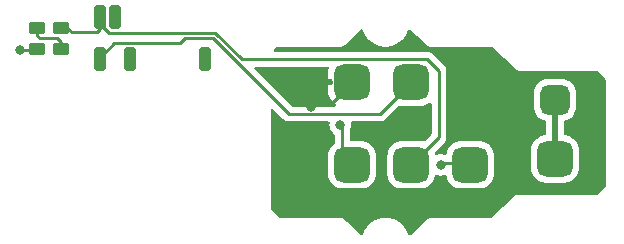
<source format=gtl>
%TF.GenerationSoftware,KiCad,Pcbnew,(6.0.1)*%
%TF.CreationDate,2022-03-10T09:00:32-07:00*%
%TF.ProjectId,MShaw_PICO_Edition_4gbNandExtensionQSB_V2.6,4d536861-775f-4504-9943-4f5f45646974,rev?*%
%TF.SameCoordinates,Original*%
%TF.FileFunction,Copper,L1,Top*%
%TF.FilePolarity,Positive*%
%FSLAX46Y46*%
G04 Gerber Fmt 4.6, Leading zero omitted, Abs format (unit mm)*
G04 Created by KiCad (PCBNEW (6.0.1)) date 2022-03-10 09:00:32*
%MOMM*%
%LPD*%
G01*
G04 APERTURE LIST*
G04 Aperture macros list*
%AMRoundRect*
0 Rectangle with rounded corners*
0 $1 Rounding radius*
0 $2 $3 $4 $5 $6 $7 $8 $9 X,Y pos of 4 corners*
0 Add a 4 corners polygon primitive as box body*
4,1,4,$2,$3,$4,$5,$6,$7,$8,$9,$2,$3,0*
0 Add four circle primitives for the rounded corners*
1,1,$1+$1,$2,$3*
1,1,$1+$1,$4,$5*
1,1,$1+$1,$6,$7*
1,1,$1+$1,$8,$9*
0 Add four rect primitives between the rounded corners*
20,1,$1+$1,$2,$3,$4,$5,0*
20,1,$1+$1,$4,$5,$6,$7,0*
20,1,$1+$1,$6,$7,$8,$9,0*
20,1,$1+$1,$8,$9,$2,$3,0*%
G04 Aperture macros list end*
%TA.AperFunction,SMDPad,CuDef*%
%ADD10RoundRect,0.250000X0.450000X-0.262500X0.450000X0.262500X-0.450000X0.262500X-0.450000X-0.262500X0*%
%TD*%
%TA.AperFunction,ComponentPad*%
%ADD11RoundRect,0.250000X0.250000X-0.750000X0.250000X0.750000X-0.250000X0.750000X-0.250000X-0.750000X0*%
%TD*%
%TA.AperFunction,SMDPad,CuDef*%
%ADD12RoundRect,0.750000X0.750000X-0.750000X0.750000X0.750000X-0.750000X0.750000X-0.750000X-0.750000X0*%
%TD*%
%TA.AperFunction,SMDPad,CuDef*%
%ADD13RoundRect,0.625000X-0.625000X-0.625000X0.625000X-0.625000X0.625000X0.625000X-0.625000X0.625000X0*%
%TD*%
%TA.AperFunction,SMDPad,CuDef*%
%ADD14RoundRect,0.750000X-0.750000X-0.750000X0.750000X-0.750000X0.750000X0.750000X-0.750000X0.750000X0*%
%TD*%
%TA.AperFunction,ViaPad*%
%ADD15C,0.800000*%
%TD*%
%TA.AperFunction,Conductor*%
%ADD16C,0.250000*%
%TD*%
%TA.AperFunction,Conductor*%
%ADD17C,0.500000*%
%TD*%
G04 APERTURE END LIST*
D10*
%TO.P,R1,1*%
%TO.N,Net-(D1-Pad2)*%
X128260000Y-98212500D03*
%TO.P,R1,2*%
%TO.N,+5V*%
X128260000Y-96387500D03*
%TD*%
D11*
%TO.P,J3,1,Pin_1*%
%TO.N,GP9*%
X131570000Y-95500000D03*
%TO.P,J3,2,Pin_2*%
%TO.N,GP8*%
X132840000Y-95500000D03*
%TD*%
D12*
%TO.P,J4,3,Pin_3*%
%TO.N,GP8*%
X152910000Y-108000000D03*
%TO.P,J4,4,Pin_4*%
%TO.N,GND*%
X152910000Y-101000000D03*
%TO.P,J4,5,Pin_5*%
%TO.N,GP9*%
X157910000Y-108000000D03*
%TO.P,J4,6,Pin_6*%
%TO.N,GP7*%
X157910000Y-101000000D03*
%TO.P,J4,7,Pin_7*%
%TO.N,GP6*%
X162910000Y-108000000D03*
%TD*%
D13*
%TO.P,J5,1,Pin_1*%
%TO.N,GP21*%
X170090000Y-102500000D03*
D14*
%TO.P,J5,2,Pin_2*%
X170090000Y-107500000D03*
%TD*%
D10*
%TO.P,D1,1,K*%
%TO.N,Net-(D1-Pad1)*%
X126260000Y-98212500D03*
%TO.P,D1,2,A*%
%TO.N,unconnected-(D1-Pad2)*%
X126260000Y-96387500D03*
%TD*%
D11*
%TO.P,J1,1,Pin_1*%
%TO.N,GP7*%
X131570000Y-99050000D03*
%TO.P,J1,3,Pin_3*%
%TO.N,GND*%
X134110000Y-99050000D03*
%TO.P,J1,8,Pin_8*%
%TO.N,GP6*%
X140460000Y-99050000D03*
%TD*%
D15*
%TO.N,GND*%
X146500000Y-107600000D03*
X124760000Y-98300000D03*
X157850000Y-97170000D03*
X163500000Y-99500000D03*
X149450000Y-103070000D03*
X155350000Y-105420000D03*
%TO.N,GP6*%
X160410000Y-108000000D03*
%TO.N,GP8*%
X151910000Y-104640000D03*
%TD*%
D16*
%TO.N,GND*%
X124760000Y-98300000D02*
X126172500Y-98300000D01*
X151000000Y-102950000D02*
X149610000Y-102950000D01*
X126172500Y-98300000D02*
X126260000Y-98212500D01*
X153070000Y-100880000D02*
X151000000Y-102950000D01*
%TO.N,Net-(D1-Pad2)*%
X126460000Y-97300000D02*
X126260000Y-97100000D01*
X128260000Y-98212500D02*
X128260000Y-97600000D01*
X127960000Y-97300000D02*
X126460000Y-97300000D01*
X126260000Y-97100000D02*
X126260000Y-96387500D01*
X128260000Y-97600000D02*
X127960000Y-97300000D01*
%TO.N,GP6*%
X160570000Y-107880000D02*
X163070000Y-107880000D01*
%TO.N,GP7*%
X158070000Y-100880000D02*
X155250000Y-103700000D01*
X132769500Y-97725480D02*
X131570000Y-98924980D01*
X147565718Y-103700000D02*
X145352859Y-101487141D01*
X145352859Y-101482141D02*
X141146678Y-97275960D01*
X155250000Y-103700000D02*
X147565718Y-103700000D01*
X141146678Y-97275960D02*
X138784040Y-97275960D01*
X138334520Y-97725480D02*
X132769500Y-97725480D01*
X145352859Y-101487141D02*
X145352859Y-101482141D01*
X138784040Y-97275960D02*
X138334520Y-97725480D01*
%TO.N,GP8*%
X152070000Y-106880000D02*
X152070000Y-104520000D01*
X153070000Y-107880000D02*
X152070000Y-106880000D01*
%TO.N,GP9*%
X131570000Y-96540000D02*
X131570000Y-96042494D01*
X128760000Y-96387500D02*
X129172500Y-96800000D01*
X159265080Y-99055480D02*
X160270000Y-100060400D01*
X143561916Y-99055480D02*
X159265080Y-99055480D01*
X132353946Y-96826440D02*
X141332875Y-96826440D01*
X131570000Y-96042494D02*
X132353946Y-96826440D01*
X129172500Y-96800000D02*
X131310000Y-96800000D01*
X160270000Y-105680000D02*
X158070000Y-107880000D01*
X141332875Y-96826440D02*
X143561916Y-99055480D01*
X160270000Y-100060400D02*
X160270000Y-105680000D01*
X131310000Y-96800000D02*
X131570000Y-96540000D01*
D17*
%TO.N,GP21*%
X170090000Y-107500000D02*
X170090000Y-102500000D01*
%TD*%
%TA.AperFunction,Conductor*%
%TO.N,GND*%
G36*
X157828399Y-96549798D02*
G01*
X157855627Y-96569120D01*
X158449785Y-97122683D01*
X159162861Y-97787039D01*
X159201799Y-97823317D01*
X159206164Y-97827882D01*
X159209160Y-97832631D01*
X159258557Y-97876257D01*
X159261000Y-97878474D01*
X159280400Y-97896548D01*
X159284083Y-97899110D01*
X159285962Y-97900626D01*
X159290240Y-97904238D01*
X159318228Y-97928956D01*
X159335525Y-97937077D01*
X159353922Y-97947694D01*
X159369604Y-97958603D01*
X159403804Y-97970063D01*
X159417301Y-97975471D01*
X159449948Y-97990799D01*
X159458821Y-97992180D01*
X159458823Y-97992181D01*
X159468819Y-97993737D01*
X159489462Y-97998763D01*
X159507579Y-98004834D01*
X159516548Y-98005182D01*
X159516551Y-98005183D01*
X159543611Y-98006234D01*
X159550759Y-98006927D01*
X159550763Y-98006876D01*
X159555611Y-98007251D01*
X159560423Y-98008000D01*
X159586641Y-98008000D01*
X159591532Y-98008095D01*
X159644013Y-98010134D01*
X159644016Y-98010134D01*
X159652984Y-98010482D01*
X159660749Y-98008535D01*
X159671092Y-98008000D01*
X164700397Y-98008000D01*
X164768518Y-98028002D01*
X164786294Y-98041817D01*
X166751780Y-99873293D01*
X166756158Y-99877872D01*
X166759160Y-99882631D01*
X166765888Y-99888573D01*
X166808501Y-99926207D01*
X166810992Y-99928467D01*
X166830370Y-99946524D01*
X166834049Y-99949084D01*
X166835980Y-99950642D01*
X166840254Y-99954251D01*
X166856317Y-99968437D01*
X166868228Y-99978956D01*
X166876352Y-99982770D01*
X166876353Y-99982771D01*
X166879716Y-99984350D01*
X166885500Y-99987065D01*
X166903905Y-99997687D01*
X166919570Y-100008586D01*
X166928081Y-100011439D01*
X166928082Y-100011439D01*
X166953787Y-100020054D01*
X166967287Y-100025465D01*
X166999948Y-100040799D01*
X167018800Y-100043734D01*
X167039453Y-100048765D01*
X167049028Y-100051974D01*
X167049030Y-100051974D01*
X167057541Y-100054827D01*
X167076961Y-100055583D01*
X167093600Y-100056231D01*
X167100757Y-100056925D01*
X167100761Y-100056876D01*
X167105613Y-100057251D01*
X167110423Y-100058000D01*
X167136611Y-100058000D01*
X167141511Y-100058095D01*
X167193975Y-100060137D01*
X167193976Y-100060137D01*
X167202946Y-100060486D01*
X167210725Y-100058536D01*
X167221097Y-100058000D01*
X173647389Y-100058000D01*
X173715510Y-100078002D01*
X173736485Y-100094905D01*
X174365096Y-100723517D01*
X174399121Y-100785829D01*
X174402000Y-100812612D01*
X174402000Y-109787388D01*
X174381998Y-109855509D01*
X174365096Y-109876483D01*
X173736485Y-110505095D01*
X173674172Y-110539120D01*
X173647389Y-110542000D01*
X167022070Y-110542000D01*
X167010375Y-110541456D01*
X167006361Y-110541082D01*
X166997632Y-110538990D01*
X166988670Y-110539432D01*
X166988667Y-110539432D01*
X166939736Y-110541847D01*
X166933526Y-110542000D01*
X166913523Y-110542000D01*
X166909087Y-110542635D01*
X166909076Y-110542636D01*
X166907171Y-110542909D01*
X166895520Y-110544029D01*
X166852295Y-110546162D01*
X166841100Y-110550044D01*
X166817680Y-110555726D01*
X166805955Y-110557405D01*
X166797781Y-110561121D01*
X166797779Y-110561122D01*
X166766572Y-110575311D01*
X166755703Y-110579656D01*
X166723291Y-110590895D01*
X166723289Y-110590896D01*
X166714811Y-110593836D01*
X166707497Y-110599038D01*
X166707496Y-110599039D01*
X166705154Y-110600705D01*
X166684281Y-110612726D01*
X166673490Y-110617633D01*
X166666689Y-110623493D01*
X166640702Y-110645884D01*
X166631497Y-110653098D01*
X166627682Y-110655812D01*
X166627678Y-110655815D01*
X166623703Y-110658643D01*
X166609811Y-110672188D01*
X166604106Y-110677417D01*
X166570055Y-110706757D01*
X166570051Y-110706762D01*
X166563253Y-110712619D01*
X166558372Y-110720149D01*
X166552469Y-110726916D01*
X166552090Y-110726585D01*
X166544414Y-110735949D01*
X165697623Y-111561571D01*
X164781188Y-112455096D01*
X164780039Y-112456216D01*
X164717301Y-112489450D01*
X164692078Y-112492000D01*
X159680940Y-112492000D01*
X159674645Y-112491636D01*
X159669217Y-112490204D01*
X159627018Y-112491327D01*
X159603419Y-112491955D01*
X159600067Y-112492000D01*
X159573523Y-112492000D01*
X159569081Y-112492636D01*
X159566657Y-112492809D01*
X159561063Y-112493082D01*
X159541909Y-112493592D01*
X159532730Y-112493836D01*
X159532729Y-112493836D01*
X159523754Y-112494075D01*
X159505565Y-112499923D01*
X159484862Y-112504697D01*
X159474839Y-112506132D01*
X159474835Y-112506133D01*
X159465955Y-112507405D01*
X159457789Y-112511118D01*
X159457785Y-112511119D01*
X159433137Y-112522326D01*
X159419556Y-112527577D01*
X159412198Y-112529943D01*
X159385224Y-112538616D01*
X159369405Y-112549336D01*
X159350875Y-112559729D01*
X159333490Y-112567633D01*
X159326692Y-112573490D01*
X159326691Y-112573491D01*
X159306168Y-112591175D01*
X159300466Y-112595540D01*
X159300498Y-112595581D01*
X159296707Y-112598602D01*
X159292668Y-112601339D01*
X159289103Y-112604661D01*
X159289096Y-112604666D01*
X159273481Y-112619214D01*
X159269844Y-112622473D01*
X159223253Y-112662619D01*
X159218899Y-112669336D01*
X159211692Y-112676782D01*
X157865627Y-113930880D01*
X157802151Y-113962681D01*
X157731559Y-113955116D01*
X157676263Y-113910587D01*
X157661012Y-113880886D01*
X157597504Y-113702194D01*
X157596064Y-113698141D01*
X157469683Y-113454238D01*
X157311268Y-113229814D01*
X157308329Y-113226667D01*
X157126706Y-113032196D01*
X157126701Y-113032191D01*
X157123769Y-113029052D01*
X156910680Y-112855691D01*
X156675969Y-112712961D01*
X156672022Y-112711247D01*
X156672019Y-112711245D01*
X156427961Y-112605235D01*
X156427959Y-112605234D01*
X156424010Y-112603519D01*
X156419869Y-112602359D01*
X156419867Y-112602358D01*
X156282676Y-112563919D01*
X156159494Y-112529405D01*
X155887351Y-112492000D01*
X155612649Y-112492000D01*
X155340506Y-112529405D01*
X155217324Y-112563919D01*
X155080133Y-112602358D01*
X155080131Y-112602359D01*
X155075990Y-112603519D01*
X155072041Y-112605234D01*
X155072039Y-112605235D01*
X154827981Y-112711245D01*
X154827978Y-112711247D01*
X154824031Y-112712961D01*
X154589320Y-112855691D01*
X154376231Y-113029052D01*
X154373299Y-113032191D01*
X154373294Y-113032196D01*
X154191671Y-113226667D01*
X154188732Y-113229814D01*
X154030317Y-113454238D01*
X153903936Y-113698141D01*
X153902496Y-113702194D01*
X153838988Y-113880886D01*
X153797328Y-113938375D01*
X153731201Y-113964215D01*
X153661601Y-113950202D01*
X153634373Y-113930880D01*
X152477936Y-112853455D01*
X152288200Y-112676682D01*
X152283836Y-112672118D01*
X152280840Y-112667369D01*
X152231443Y-112623743D01*
X152228983Y-112621511D01*
X152228302Y-112620876D01*
X152209600Y-112603452D01*
X152205917Y-112600890D01*
X152204038Y-112599374D01*
X152199749Y-112595753D01*
X152171772Y-112571044D01*
X152154475Y-112562923D01*
X152136078Y-112552306D01*
X152120396Y-112541397D01*
X152086196Y-112529937D01*
X152072699Y-112524529D01*
X152040052Y-112509201D01*
X152031179Y-112507820D01*
X152031177Y-112507819D01*
X152021181Y-112506263D01*
X152000538Y-112501237D01*
X151982421Y-112495166D01*
X151973452Y-112494818D01*
X151973449Y-112494817D01*
X151946389Y-112493766D01*
X151939241Y-112493073D01*
X151939237Y-112493124D01*
X151934389Y-112492749D01*
X151929577Y-112492000D01*
X151903359Y-112492000D01*
X151898468Y-112491905D01*
X151845987Y-112489866D01*
X151845984Y-112489866D01*
X151837016Y-112489518D01*
X151829251Y-112491465D01*
X151818908Y-112492000D01*
X146772612Y-112492000D01*
X146704491Y-112471998D01*
X146683517Y-112455096D01*
X146054905Y-111826485D01*
X146020880Y-111764172D01*
X146018000Y-111737389D01*
X146018000Y-103352376D01*
X146038002Y-103284255D01*
X146091658Y-103237762D01*
X146161932Y-103227658D01*
X146226512Y-103257152D01*
X146233095Y-103263281D01*
X147062061Y-104092247D01*
X147069605Y-104100537D01*
X147073718Y-104107018D01*
X147079495Y-104112443D01*
X147123385Y-104153658D01*
X147126227Y-104156413D01*
X147145948Y-104176134D01*
X147149143Y-104178612D01*
X147158165Y-104186318D01*
X147190397Y-104216586D01*
X147197346Y-104220406D01*
X147208150Y-104226346D01*
X147224674Y-104237199D01*
X147240677Y-104249613D01*
X147281261Y-104267176D01*
X147291891Y-104272383D01*
X147330658Y-104293695D01*
X147338335Y-104295666D01*
X147338340Y-104295668D01*
X147350276Y-104298732D01*
X147368984Y-104305137D01*
X147387573Y-104313181D01*
X147395401Y-104314421D01*
X147395408Y-104314423D01*
X147431242Y-104320099D01*
X147442862Y-104322505D01*
X147475647Y-104330922D01*
X147485688Y-104333500D01*
X147505942Y-104333500D01*
X147525652Y-104335051D01*
X147545661Y-104338220D01*
X147553553Y-104337474D01*
X147572298Y-104335702D01*
X147589680Y-104334059D01*
X147601537Y-104333500D01*
X150888773Y-104333500D01*
X150956894Y-104353502D01*
X151003387Y-104407158D01*
X151014083Y-104472670D01*
X150996496Y-104640000D01*
X151016458Y-104829928D01*
X151075473Y-105011556D01*
X151170960Y-105176944D01*
X151298747Y-105318866D01*
X151362803Y-105365406D01*
X151384561Y-105381214D01*
X151427915Y-105437437D01*
X151436500Y-105483150D01*
X151436500Y-106154263D01*
X151416498Y-106222384D01*
X151382410Y-106257728D01*
X151354081Y-106277417D01*
X151354080Y-106277418D01*
X151349473Y-106280620D01*
X151190620Y-106439473D01*
X151062409Y-106623945D01*
X150968890Y-106828206D01*
X150913022Y-107045800D01*
X150911055Y-107069987D01*
X150904190Y-107154391D01*
X150901500Y-107187458D01*
X150901500Y-108812542D01*
X150901707Y-108815082D01*
X150901707Y-108815092D01*
X150907575Y-108887235D01*
X150913022Y-108954200D01*
X150968890Y-109171794D01*
X151062409Y-109376055D01*
X151190620Y-109560527D01*
X151349473Y-109719380D01*
X151533945Y-109847591D01*
X151738206Y-109941110D01*
X151955800Y-109996978D01*
X152009705Y-110001362D01*
X152094908Y-110008293D01*
X152094918Y-110008293D01*
X152097458Y-110008500D01*
X153722542Y-110008500D01*
X153725082Y-110008293D01*
X153725092Y-110008293D01*
X153810295Y-110001362D01*
X153864200Y-109996978D01*
X154081794Y-109941110D01*
X154286055Y-109847591D01*
X154470527Y-109719380D01*
X154629380Y-109560527D01*
X154757591Y-109376055D01*
X154851110Y-109171794D01*
X154906978Y-108954200D01*
X154912425Y-108887235D01*
X154918293Y-108815092D01*
X154918293Y-108815082D01*
X154918500Y-108812542D01*
X154918500Y-107187458D01*
X154915811Y-107154391D01*
X154908945Y-107069987D01*
X154906978Y-107045800D01*
X154851110Y-106828206D01*
X154757591Y-106623945D01*
X154629380Y-106439473D01*
X154470527Y-106280620D01*
X154286055Y-106152409D01*
X154081794Y-106058890D01*
X153864200Y-106003022D01*
X153810295Y-105998638D01*
X153725092Y-105991707D01*
X153725082Y-105991707D01*
X153722542Y-105991500D01*
X152829500Y-105991500D01*
X152761379Y-105971498D01*
X152714886Y-105917842D01*
X152703500Y-105865500D01*
X152703500Y-105116378D01*
X152720381Y-105053378D01*
X152741223Y-105017279D01*
X152741224Y-105017278D01*
X152744527Y-105011556D01*
X152803542Y-104829928D01*
X152823504Y-104640000D01*
X152805917Y-104472670D01*
X152818689Y-104402832D01*
X152867191Y-104350985D01*
X152931227Y-104333500D01*
X155171233Y-104333500D01*
X155182416Y-104334027D01*
X155189909Y-104335702D01*
X155197835Y-104335453D01*
X155197836Y-104335453D01*
X155257986Y-104333562D01*
X155261945Y-104333500D01*
X155289856Y-104333500D01*
X155293791Y-104333003D01*
X155293856Y-104332995D01*
X155305693Y-104332062D01*
X155337951Y-104331048D01*
X155341970Y-104330922D01*
X155349889Y-104330673D01*
X155369343Y-104325021D01*
X155388700Y-104321013D01*
X155400930Y-104319468D01*
X155400931Y-104319468D01*
X155408797Y-104318474D01*
X155416168Y-104315555D01*
X155416170Y-104315555D01*
X155449912Y-104302196D01*
X155461142Y-104298351D01*
X155495983Y-104288229D01*
X155495984Y-104288229D01*
X155503593Y-104286018D01*
X155510412Y-104281985D01*
X155510417Y-104281983D01*
X155521028Y-104275707D01*
X155538776Y-104267012D01*
X155557617Y-104259552D01*
X155577987Y-104244753D01*
X155593387Y-104233564D01*
X155603307Y-104227048D01*
X155634535Y-104208580D01*
X155634538Y-104208578D01*
X155641362Y-104204542D01*
X155655683Y-104190221D01*
X155670717Y-104177380D01*
X155672432Y-104176134D01*
X155687107Y-104165472D01*
X155715298Y-104131395D01*
X155723288Y-104122616D01*
X156819941Y-103025963D01*
X156882253Y-102991937D01*
X156940373Y-102993017D01*
X156950611Y-102995646D01*
X156950614Y-102995647D01*
X156955800Y-102996978D01*
X157034803Y-103003404D01*
X157094908Y-103008293D01*
X157094918Y-103008293D01*
X157097458Y-103008500D01*
X158722542Y-103008500D01*
X158725082Y-103008293D01*
X158725092Y-103008293D01*
X158810295Y-103001362D01*
X158864200Y-102996978D01*
X158879628Y-102993017D01*
X159076361Y-102942505D01*
X159076362Y-102942505D01*
X159081794Y-102941110D01*
X159286055Y-102847591D01*
X159438589Y-102741577D01*
X159505943Y-102719124D01*
X159574743Y-102736650D01*
X159623146Y-102788589D01*
X159636500Y-102845042D01*
X159636500Y-105365406D01*
X159616498Y-105433527D01*
X159599595Y-105454501D01*
X159063715Y-105990381D01*
X159001403Y-106024407D01*
X158943285Y-106023327D01*
X158869396Y-106004355D01*
X158869384Y-106004353D01*
X158864200Y-106003022D01*
X158785197Y-105996596D01*
X158725092Y-105991707D01*
X158725082Y-105991707D01*
X158722542Y-105991500D01*
X157097458Y-105991500D01*
X157094918Y-105991707D01*
X157094908Y-105991707D01*
X157009705Y-105998638D01*
X156955800Y-106003022D01*
X156738206Y-106058890D01*
X156533945Y-106152409D01*
X156349473Y-106280620D01*
X156190620Y-106439473D01*
X156062409Y-106623945D01*
X155968890Y-106828206D01*
X155913022Y-107045800D01*
X155911055Y-107069987D01*
X155904190Y-107154391D01*
X155901500Y-107187458D01*
X155901500Y-108812542D01*
X155901707Y-108815082D01*
X155901707Y-108815092D01*
X155907575Y-108887235D01*
X155913022Y-108954200D01*
X155968890Y-109171794D01*
X156062409Y-109376055D01*
X156190620Y-109560527D01*
X156349473Y-109719380D01*
X156533945Y-109847591D01*
X156738206Y-109941110D01*
X156955800Y-109996978D01*
X157009705Y-110001362D01*
X157094908Y-110008293D01*
X157094918Y-110008293D01*
X157097458Y-110008500D01*
X158722542Y-110008500D01*
X158725082Y-110008293D01*
X158725092Y-110008293D01*
X158810295Y-110001362D01*
X158864200Y-109996978D01*
X159081794Y-109941110D01*
X159286055Y-109847591D01*
X159470527Y-109719380D01*
X159629380Y-109560527D01*
X159757591Y-109376055D01*
X159851110Y-109171794D01*
X159906978Y-108954200D01*
X159907413Y-108948849D01*
X159908299Y-108943569D01*
X159910719Y-108943975D01*
X159932928Y-108887235D01*
X159990441Y-108845609D01*
X160061329Y-108841685D01*
X160083816Y-108849251D01*
X160121677Y-108866108D01*
X160121685Y-108866111D01*
X160127712Y-108868794D01*
X160214470Y-108887235D01*
X160308056Y-108907128D01*
X160308061Y-108907128D01*
X160314513Y-108908500D01*
X160505487Y-108908500D01*
X160511939Y-108907128D01*
X160511944Y-108907128D01*
X160605530Y-108887235D01*
X160692288Y-108868794D01*
X160698315Y-108866111D01*
X160698323Y-108866108D01*
X160736184Y-108849251D01*
X160806551Y-108839817D01*
X160870848Y-108869924D01*
X160908661Y-108930013D01*
X160911169Y-108943658D01*
X160911701Y-108943569D01*
X160912587Y-108948849D01*
X160913022Y-108954200D01*
X160968890Y-109171794D01*
X161062409Y-109376055D01*
X161190620Y-109560527D01*
X161349473Y-109719380D01*
X161533945Y-109847591D01*
X161738206Y-109941110D01*
X161955800Y-109996978D01*
X162009705Y-110001362D01*
X162094908Y-110008293D01*
X162094918Y-110008293D01*
X162097458Y-110008500D01*
X163722542Y-110008500D01*
X163725082Y-110008293D01*
X163725092Y-110008293D01*
X163810295Y-110001362D01*
X163864200Y-109996978D01*
X164081794Y-109941110D01*
X164286055Y-109847591D01*
X164470527Y-109719380D01*
X164629380Y-109560527D01*
X164757591Y-109376055D01*
X164851110Y-109171794D01*
X164906978Y-108954200D01*
X164912425Y-108887235D01*
X164918293Y-108815092D01*
X164918293Y-108815082D01*
X164918500Y-108812542D01*
X164918500Y-108312542D01*
X168081500Y-108312542D01*
X168093022Y-108454200D01*
X168148890Y-108671794D01*
X168242409Y-108876055D01*
X168370620Y-109060527D01*
X168529473Y-109219380D01*
X168713945Y-109347591D01*
X168918206Y-109441110D01*
X169135800Y-109496978D01*
X169189705Y-109501362D01*
X169274908Y-109508293D01*
X169274918Y-109508293D01*
X169277458Y-109508500D01*
X170902542Y-109508500D01*
X170905082Y-109508293D01*
X170905092Y-109508293D01*
X170990295Y-109501362D01*
X171044200Y-109496978D01*
X171261794Y-109441110D01*
X171466055Y-109347591D01*
X171650527Y-109219380D01*
X171809380Y-109060527D01*
X171937591Y-108876055D01*
X172031110Y-108671794D01*
X172086978Y-108454200D01*
X172098500Y-108312542D01*
X172098500Y-106687458D01*
X172092960Y-106619339D01*
X172087413Y-106551151D01*
X172086978Y-106545800D01*
X172031110Y-106328206D01*
X171937591Y-106123945D01*
X171809380Y-105939473D01*
X171650527Y-105780620D01*
X171466055Y-105652409D01*
X171261794Y-105558890D01*
X171044200Y-105503022D01*
X170964285Y-105496522D01*
X170898010Y-105471064D01*
X170856020Y-105413815D01*
X170848500Y-105370937D01*
X170848500Y-104357527D01*
X170868502Y-104289406D01*
X170922158Y-104242913D01*
X170947548Y-104234444D01*
X171063082Y-104209148D01*
X171261809Y-104123768D01*
X171440807Y-104002350D01*
X171516650Y-103926374D01*
X171589376Y-103853521D01*
X171589379Y-103853518D01*
X171593615Y-103849274D01*
X171714721Y-103670065D01*
X171799754Y-103471189D01*
X171845646Y-103259821D01*
X171848500Y-103211784D01*
X171848500Y-101788216D01*
X171845409Y-101738205D01*
X171799148Y-101526918D01*
X171713768Y-101328191D01*
X171592350Y-101149193D01*
X171494432Y-101051446D01*
X171443521Y-101000624D01*
X171443518Y-101000621D01*
X171439274Y-100996385D01*
X171260065Y-100875279D01*
X171061189Y-100790246D01*
X170923822Y-100760421D01*
X170854584Y-100745388D01*
X170854582Y-100745388D01*
X170849821Y-100744354D01*
X170839390Y-100743734D01*
X170803640Y-100741610D01*
X170803631Y-100741610D01*
X170801784Y-100741500D01*
X169378216Y-100741500D01*
X169328205Y-100744591D01*
X169323464Y-100745629D01*
X169269767Y-100757386D01*
X169116918Y-100790852D01*
X168918191Y-100876232D01*
X168739193Y-100997650D01*
X168728000Y-101008863D01*
X168590624Y-101146479D01*
X168590621Y-101146482D01*
X168586385Y-101150726D01*
X168465279Y-101329935D01*
X168380246Y-101528811D01*
X168334354Y-101740179D01*
X168331500Y-101788216D01*
X168331500Y-103211784D01*
X168334591Y-103261795D01*
X168380852Y-103473082D01*
X168466232Y-103671809D01*
X168587650Y-103850807D01*
X168663626Y-103926650D01*
X168736479Y-103999376D01*
X168736482Y-103999379D01*
X168740726Y-104003615D01*
X168745694Y-104006972D01*
X168893739Y-104107018D01*
X168919935Y-104124721D01*
X169118811Y-104209754D01*
X169232235Y-104234380D01*
X169294560Y-104268380D01*
X169328610Y-104330678D01*
X169331500Y-104357511D01*
X169331500Y-105370937D01*
X169311498Y-105439058D01*
X169257842Y-105485551D01*
X169215715Y-105496522D01*
X169135800Y-105503022D01*
X168918206Y-105558890D01*
X168713945Y-105652409D01*
X168529473Y-105780620D01*
X168370620Y-105939473D01*
X168242409Y-106123945D01*
X168148890Y-106328206D01*
X168093022Y-106545800D01*
X168092587Y-106551151D01*
X168087041Y-106619339D01*
X168081500Y-106687458D01*
X168081500Y-108312542D01*
X164918500Y-108312542D01*
X164918500Y-107187458D01*
X164915811Y-107154391D01*
X164908945Y-107069987D01*
X164906978Y-107045800D01*
X164851110Y-106828206D01*
X164757591Y-106623945D01*
X164629380Y-106439473D01*
X164470527Y-106280620D01*
X164286055Y-106152409D01*
X164081794Y-106058890D01*
X163864200Y-106003022D01*
X163810295Y-105998638D01*
X163725092Y-105991707D01*
X163725082Y-105991707D01*
X163722542Y-105991500D01*
X162097458Y-105991500D01*
X162094918Y-105991707D01*
X162094908Y-105991707D01*
X162009705Y-105998638D01*
X161955800Y-106003022D01*
X161738206Y-106058890D01*
X161533945Y-106152409D01*
X161349473Y-106280620D01*
X161190620Y-106439473D01*
X161062409Y-106623945D01*
X160968890Y-106828206D01*
X160913022Y-107045800D01*
X160912587Y-107051151D01*
X160911701Y-107056431D01*
X160909281Y-107056025D01*
X160887072Y-107112765D01*
X160829559Y-107154391D01*
X160758671Y-107158315D01*
X160736184Y-107150749D01*
X160698323Y-107133892D01*
X160698315Y-107133889D01*
X160692288Y-107131206D01*
X160598888Y-107111353D01*
X160511944Y-107092872D01*
X160511939Y-107092872D01*
X160505487Y-107091500D01*
X160314513Y-107091500D01*
X160308061Y-107092872D01*
X160308056Y-107092872D01*
X160221112Y-107111353D01*
X160127712Y-107131206D01*
X160121685Y-107133889D01*
X160121677Y-107133892D01*
X160083816Y-107150749D01*
X160013449Y-107160183D01*
X159949152Y-107130076D01*
X159911339Y-107069987D01*
X159908831Y-107056342D01*
X159908299Y-107056431D01*
X159907413Y-107051150D01*
X159906978Y-107045800D01*
X159905644Y-107040604D01*
X159905642Y-107040591D01*
X159903017Y-107030367D01*
X159905451Y-106959412D01*
X159935964Y-106909941D01*
X160662253Y-106183652D01*
X160670539Y-106176112D01*
X160677018Y-106172000D01*
X160723644Y-106122348D01*
X160726398Y-106119507D01*
X160746135Y-106099770D01*
X160748615Y-106096573D01*
X160756320Y-106087551D01*
X160781159Y-106061100D01*
X160786586Y-106055321D01*
X160790405Y-106048375D01*
X160790407Y-106048372D01*
X160796348Y-106037566D01*
X160807199Y-106021047D01*
X160814758Y-106011301D01*
X160819614Y-106005041D01*
X160822759Y-105997772D01*
X160822762Y-105997768D01*
X160837174Y-105964463D01*
X160842391Y-105953813D01*
X160863695Y-105915060D01*
X160868733Y-105895437D01*
X160875137Y-105876734D01*
X160880033Y-105865420D01*
X160880033Y-105865419D01*
X160883181Y-105858145D01*
X160884420Y-105850322D01*
X160884423Y-105850312D01*
X160890099Y-105814476D01*
X160892505Y-105802856D01*
X160901528Y-105767711D01*
X160901528Y-105767710D01*
X160903500Y-105760030D01*
X160903500Y-105739776D01*
X160905051Y-105720065D01*
X160906980Y-105707886D01*
X160908220Y-105700057D01*
X160904059Y-105656038D01*
X160903500Y-105644181D01*
X160903500Y-100139163D01*
X160904027Y-100127979D01*
X160905701Y-100120491D01*
X160903562Y-100052432D01*
X160903500Y-100048475D01*
X160903500Y-100020544D01*
X160902994Y-100016538D01*
X160902061Y-100004692D01*
X160901253Y-99978956D01*
X160900673Y-99960510D01*
X160895022Y-99941058D01*
X160891014Y-99921706D01*
X160889468Y-99909468D01*
X160889467Y-99909466D01*
X160888474Y-99901603D01*
X160872194Y-99860486D01*
X160868359Y-99849285D01*
X160856018Y-99806806D01*
X160851985Y-99799987D01*
X160851983Y-99799982D01*
X160845707Y-99789371D01*
X160837010Y-99771621D01*
X160829552Y-99752783D01*
X160803571Y-99717023D01*
X160797053Y-99707101D01*
X160778578Y-99675860D01*
X160778574Y-99675855D01*
X160774542Y-99669037D01*
X160760218Y-99654713D01*
X160747376Y-99639678D01*
X160735472Y-99623293D01*
X160701406Y-99595111D01*
X160692627Y-99587122D01*
X159768732Y-98663227D01*
X159761192Y-98654941D01*
X159757080Y-98648462D01*
X159707428Y-98601836D01*
X159704587Y-98599082D01*
X159684850Y-98579345D01*
X159681653Y-98576865D01*
X159672631Y-98569160D01*
X159646180Y-98544321D01*
X159640401Y-98538894D01*
X159633455Y-98535075D01*
X159633452Y-98535073D01*
X159622646Y-98529132D01*
X159606127Y-98518281D01*
X159605663Y-98517921D01*
X159590121Y-98505866D01*
X159582852Y-98502721D01*
X159582848Y-98502718D01*
X159549543Y-98488306D01*
X159538893Y-98483089D01*
X159500140Y-98461785D01*
X159480517Y-98456747D01*
X159461814Y-98450343D01*
X159450500Y-98445447D01*
X159450499Y-98445447D01*
X159443225Y-98442299D01*
X159435402Y-98441060D01*
X159435392Y-98441057D01*
X159399556Y-98435381D01*
X159387936Y-98432975D01*
X159352791Y-98423952D01*
X159352790Y-98423952D01*
X159345110Y-98421980D01*
X159324856Y-98421980D01*
X159305145Y-98420429D01*
X159292966Y-98418500D01*
X159285137Y-98417260D01*
X159277245Y-98418006D01*
X159241119Y-98421421D01*
X159229261Y-98421980D01*
X146410630Y-98421980D01*
X146342509Y-98401978D01*
X146296016Y-98348322D01*
X146285912Y-98278048D01*
X146315406Y-98213468D01*
X146321535Y-98206885D01*
X146483515Y-98044905D01*
X146545827Y-98010879D01*
X146572610Y-98008000D01*
X151809052Y-98008000D01*
X151815352Y-98008364D01*
X151820783Y-98009797D01*
X151829762Y-98009558D01*
X151886601Y-98008045D01*
X151889954Y-98008000D01*
X151916477Y-98008000D01*
X151920910Y-98007365D01*
X151923336Y-98007192D01*
X151928939Y-98006918D01*
X151957270Y-98006164D01*
X151957271Y-98006164D01*
X151966245Y-98005925D01*
X151974791Y-98003177D01*
X151974793Y-98003177D01*
X151984432Y-98000078D01*
X152005130Y-97995304D01*
X152007893Y-97994908D01*
X152024045Y-97992595D01*
X152032211Y-97988882D01*
X152032218Y-97988880D01*
X152056866Y-97977673D01*
X152070451Y-97972420D01*
X152070588Y-97972376D01*
X152104776Y-97961384D01*
X152120595Y-97950664D01*
X152139125Y-97940271D01*
X152156510Y-97932367D01*
X152183836Y-97908822D01*
X152189534Y-97904460D01*
X152189502Y-97904419D01*
X152193293Y-97901398D01*
X152197332Y-97898661D01*
X152200897Y-97895339D01*
X152200904Y-97895334D01*
X152216519Y-97880786D01*
X152220161Y-97877522D01*
X152259946Y-97843241D01*
X152266747Y-97837381D01*
X152271101Y-97830664D01*
X152278308Y-97823218D01*
X153624373Y-96569120D01*
X153687849Y-96537319D01*
X153758441Y-96544884D01*
X153813737Y-96589413D01*
X153828988Y-96619114D01*
X153893936Y-96801859D01*
X154020317Y-97045762D01*
X154178732Y-97270186D01*
X154181670Y-97273332D01*
X154181671Y-97273333D01*
X154363294Y-97467804D01*
X154363299Y-97467809D01*
X154366231Y-97470948D01*
X154579320Y-97644309D01*
X154814031Y-97787039D01*
X154817978Y-97788753D01*
X154817981Y-97788755D01*
X155059104Y-97893490D01*
X155065990Y-97896481D01*
X155070131Y-97897641D01*
X155070133Y-97897642D01*
X155159576Y-97922703D01*
X155330506Y-97970595D01*
X155602649Y-98008000D01*
X155877351Y-98008000D01*
X156149494Y-97970595D01*
X156320424Y-97922703D01*
X156409867Y-97897642D01*
X156409869Y-97897641D01*
X156414010Y-97896481D01*
X156420896Y-97893490D01*
X156662019Y-97788755D01*
X156662022Y-97788753D01*
X156665969Y-97787039D01*
X156900680Y-97644309D01*
X157113769Y-97470948D01*
X157116701Y-97467809D01*
X157116706Y-97467804D01*
X157298329Y-97273333D01*
X157298330Y-97273332D01*
X157301268Y-97270186D01*
X157459683Y-97045762D01*
X157586064Y-96801859D01*
X157651012Y-96619114D01*
X157692672Y-96561625D01*
X157758799Y-96535785D01*
X157828399Y-96549798D01*
G37*
%TD.AperFunction*%
%TA.AperFunction,Conductor*%
G36*
X150910837Y-99708982D02*
G01*
X150957330Y-99762638D01*
X150967434Y-99832912D01*
X150964757Y-99846315D01*
X150914853Y-100040678D01*
X150913082Y-100051234D01*
X150902207Y-100184930D01*
X150902000Y-100190036D01*
X150902000Y-100727885D01*
X150906475Y-100743124D01*
X150907865Y-100744329D01*
X150915548Y-100746000D01*
X151134000Y-100746000D01*
X151202121Y-100766002D01*
X151248614Y-100819658D01*
X151260000Y-100872000D01*
X151260000Y-101128000D01*
X151239998Y-101196121D01*
X151186342Y-101242614D01*
X151134000Y-101254000D01*
X150920116Y-101254000D01*
X150904877Y-101258475D01*
X150903672Y-101259865D01*
X150902001Y-101267548D01*
X150902001Y-101809961D01*
X150902209Y-101815071D01*
X150913082Y-101948767D01*
X150914852Y-101959320D01*
X150967967Y-102166185D01*
X150971701Y-102176731D01*
X151060510Y-102370705D01*
X151066046Y-102380412D01*
X151187803Y-102555597D01*
X151194976Y-102564176D01*
X151345824Y-102715024D01*
X151354403Y-102722197D01*
X151519633Y-102837035D01*
X151564155Y-102892337D01*
X151571710Y-102962930D01*
X151539901Y-103026402D01*
X151478826Y-103062601D01*
X151447723Y-103066500D01*
X147880313Y-103066500D01*
X147812192Y-103046498D01*
X147791218Y-103029595D01*
X145874694Y-101113071D01*
X145864231Y-101101204D01*
X145861436Y-101097601D01*
X145857401Y-101090778D01*
X145843077Y-101076454D01*
X145830235Y-101061419D01*
X145818331Y-101045034D01*
X145784265Y-101016852D01*
X145775486Y-101008863D01*
X144670698Y-99904075D01*
X144636672Y-99841763D01*
X144641737Y-99770948D01*
X144684284Y-99714112D01*
X144750804Y-99689301D01*
X144759793Y-99688980D01*
X150842716Y-99688980D01*
X150910837Y-99708982D01*
G37*
%TD.AperFunction*%
%TD*%
M02*

</source>
